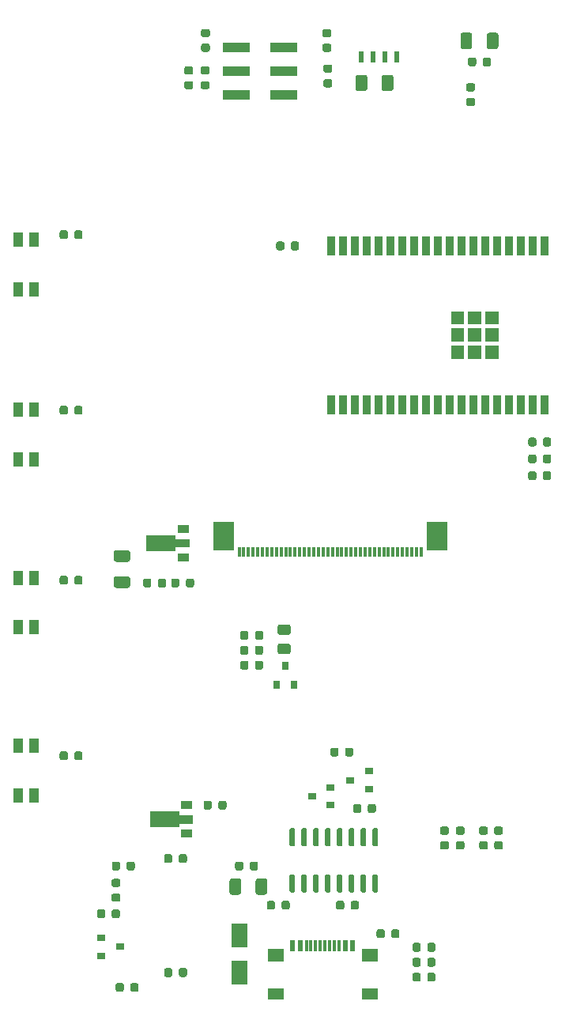
<source format=gbr>
%TF.GenerationSoftware,KiCad,Pcbnew,(5.1.6-0-10_14)*%
%TF.CreationDate,2021-01-05T22:04:13+01:00*%
%TF.ProjectId,ecsc21-badge,65637363-3231-42d6-9261-6467652e6b69,rev?*%
%TF.SameCoordinates,PX5c07920PY8b3c880*%
%TF.FileFunction,Paste,Bot*%
%TF.FilePolarity,Positive*%
%FSLAX46Y46*%
G04 Gerber Fmt 4.6, Leading zero omitted, Abs format (unit mm)*
G04 Created by KiCad (PCBNEW (5.1.6-0-10_14)) date 2021-01-05 22:04:13*
%MOMM*%
%LPD*%
G01*
G04 APERTURE LIST*
%ADD10C,0.010000*%
%ADD11R,0.500000X1.270000*%
%ADD12R,2.300000X3.100000*%
%ADD13R,0.300000X1.100000*%
%ADD14R,0.900000X2.000000*%
%ADD15R,0.900000X0.800000*%
%ADD16R,1.000000X1.550000*%
%ADD17C,0.100000*%
%ADD18R,1.300000X0.900000*%
%ADD19R,1.800000X1.450000*%
%ADD20R,1.800000X1.200000*%
%ADD21R,0.300000X1.160000*%
%ADD22R,0.600000X1.160000*%
%ADD23R,0.800000X0.900000*%
%ADD24R,3.000000X1.000000*%
%ADD25R,1.800000X2.500000*%
G04 APERTURE END LIST*
D10*
%TO.C,U2*%
G36*
X72540000Y67270000D02*
G01*
X72540000Y68600000D01*
X71210000Y68600000D01*
X71210000Y67270000D01*
X72540000Y67270000D01*
G37*
X72540000Y67270000D02*
X72540000Y68600000D01*
X71210000Y68600000D01*
X71210000Y67270000D01*
X72540000Y67270000D01*
G36*
X72540000Y65435000D02*
G01*
X72540000Y66765000D01*
X71210000Y66765000D01*
X71210000Y65435000D01*
X72540000Y65435000D01*
G37*
X72540000Y65435000D02*
X72540000Y66765000D01*
X71210000Y66765000D01*
X71210000Y65435000D01*
X72540000Y65435000D01*
G36*
X72540000Y63600000D02*
G01*
X72540000Y64930000D01*
X71210000Y64930000D01*
X71210000Y63600000D01*
X72540000Y63600000D01*
G37*
X72540000Y63600000D02*
X72540000Y64930000D01*
X71210000Y64930000D01*
X71210000Y63600000D01*
X72540000Y63600000D01*
G36*
X76210000Y63600000D02*
G01*
X76210000Y64930000D01*
X74880000Y64930000D01*
X74880000Y63600000D01*
X76210000Y63600000D01*
G37*
X76210000Y63600000D02*
X76210000Y64930000D01*
X74880000Y64930000D01*
X74880000Y63600000D01*
X76210000Y63600000D01*
G36*
X76210000Y65435000D02*
G01*
X76210000Y66765000D01*
X74880000Y66765000D01*
X74880000Y65435000D01*
X76210000Y65435000D01*
G37*
X76210000Y65435000D02*
X76210000Y66765000D01*
X74880000Y66765000D01*
X74880000Y65435000D01*
X76210000Y65435000D01*
G36*
X76210000Y67270000D02*
G01*
X76210000Y68600000D01*
X74880000Y68600000D01*
X74880000Y67270000D01*
X76210000Y67270000D01*
G37*
X76210000Y67270000D02*
X76210000Y68600000D01*
X74880000Y68600000D01*
X74880000Y67270000D01*
X76210000Y67270000D01*
G36*
X74375000Y67270000D02*
G01*
X74375000Y68600000D01*
X73045000Y68600000D01*
X73045000Y67270000D01*
X74375000Y67270000D01*
G37*
X74375000Y67270000D02*
X74375000Y68600000D01*
X73045000Y68600000D01*
X73045000Y67270000D01*
X74375000Y67270000D01*
G36*
X74375000Y63600000D02*
G01*
X74375000Y64930000D01*
X73045000Y64930000D01*
X73045000Y63600000D01*
X74375000Y63600000D01*
G37*
X74375000Y63600000D02*
X74375000Y64930000D01*
X73045000Y64930000D01*
X73045000Y63600000D01*
X74375000Y63600000D01*
G36*
X74375000Y65435000D02*
G01*
X74375000Y66765000D01*
X73045000Y66765000D01*
X73045000Y65435000D01*
X74375000Y65435000D01*
G37*
X74375000Y65435000D02*
X74375000Y66765000D01*
X73045000Y66765000D01*
X73045000Y65435000D01*
X74375000Y65435000D01*
%TD*%
%TO.C,D6*%
G36*
G01*
X41350000Y-1943750D02*
X41350000Y-2456250D01*
G75*
G02*
X41131250Y-2675000I-218750J0D01*
G01*
X40693750Y-2675000D01*
G75*
G02*
X40475000Y-2456250I0J218750D01*
G01*
X40475000Y-1943750D01*
G75*
G02*
X40693750Y-1725000I218750J0D01*
G01*
X41131250Y-1725000D01*
G75*
G02*
X41350000Y-1943750I0J-218750D01*
G01*
G37*
G36*
G01*
X42925000Y-1943750D02*
X42925000Y-2456250D01*
G75*
G02*
X42706250Y-2675000I-218750J0D01*
G01*
X42268750Y-2675000D01*
G75*
G02*
X42050000Y-2456250I0J218750D01*
G01*
X42050000Y-1943750D01*
G75*
G02*
X42268750Y-1725000I218750J0D01*
G01*
X42706250Y-1725000D01*
G75*
G02*
X42925000Y-1943750I0J-218750D01*
G01*
G37*
%TD*%
%TO.C,D5*%
G36*
G01*
X42037500Y9743750D02*
X42037500Y10256250D01*
G75*
G02*
X42256250Y10475000I218750J0D01*
G01*
X42693750Y10475000D01*
G75*
G02*
X42912500Y10256250I0J-218750D01*
G01*
X42912500Y9743750D01*
G75*
G02*
X42693750Y9525000I-218750J0D01*
G01*
X42256250Y9525000D01*
G75*
G02*
X42037500Y9743750I0J218750D01*
G01*
G37*
G36*
G01*
X40462500Y9743750D02*
X40462500Y10256250D01*
G75*
G02*
X40681250Y10475000I218750J0D01*
G01*
X41118750Y10475000D01*
G75*
G02*
X41337500Y10256250I0J-218750D01*
G01*
X41337500Y9743750D01*
G75*
G02*
X41118750Y9525000I-218750J0D01*
G01*
X40681250Y9525000D01*
G75*
G02*
X40462500Y9743750I0J218750D01*
G01*
G37*
%TD*%
D11*
%TO.C,J5*%
X65405000Y95800000D03*
X64135000Y95800000D03*
X62865000Y95800000D03*
X61595000Y95800000D03*
%TD*%
D12*
%TO.C,J4*%
X69670000Y44550000D03*
X46830000Y44550000D03*
D13*
X68000000Y42850000D03*
X67500000Y42850000D03*
X67000000Y42850000D03*
X66500000Y42850000D03*
X66000000Y42850000D03*
X65500000Y42850000D03*
X65000000Y42850000D03*
X64500000Y42850000D03*
X64000000Y42850000D03*
X63500000Y42850000D03*
X63000000Y42850000D03*
X62500000Y42850000D03*
X62000000Y42850000D03*
X61500000Y42850000D03*
X61000000Y42850000D03*
X60500000Y42850000D03*
X60000000Y42850000D03*
X59500000Y42850000D03*
X59000000Y42850000D03*
X58500000Y42850000D03*
X58000000Y42850000D03*
X57500000Y42850000D03*
X57000000Y42850000D03*
X56500000Y42850000D03*
X56000000Y42850000D03*
X55500000Y42850000D03*
X55000000Y42850000D03*
X54500000Y42850000D03*
X54000000Y42850000D03*
X53500000Y42850000D03*
X53000000Y42850000D03*
X52500000Y42850000D03*
X52000000Y42850000D03*
X51500000Y42850000D03*
X51000000Y42850000D03*
X50500000Y42850000D03*
X50000000Y42850000D03*
X49500000Y42850000D03*
X49000000Y42850000D03*
X48500000Y42850000D03*
%TD*%
%TO.C,R29*%
G36*
G01*
X73043750Y93025000D02*
X73556250Y93025000D01*
G75*
G02*
X73775000Y92806250I0J-218750D01*
G01*
X73775000Y92368750D01*
G75*
G02*
X73556250Y92150000I-218750J0D01*
G01*
X73043750Y92150000D01*
G75*
G02*
X72825000Y92368750I0J218750D01*
G01*
X72825000Y92806250D01*
G75*
G02*
X73043750Y93025000I218750J0D01*
G01*
G37*
G36*
G01*
X73043750Y91450000D02*
X73556250Y91450000D01*
G75*
G02*
X73775000Y91231250I0J-218750D01*
G01*
X73775000Y90793750D01*
G75*
G02*
X73556250Y90575000I-218750J0D01*
G01*
X73043750Y90575000D01*
G75*
G02*
X72825000Y90793750I0J218750D01*
G01*
X72825000Y91231250D01*
G75*
G02*
X73043750Y91450000I218750J0D01*
G01*
G37*
%TD*%
%TO.C,R28*%
G36*
G01*
X58156250Y96375000D02*
X57643750Y96375000D01*
G75*
G02*
X57425000Y96593750I0J218750D01*
G01*
X57425000Y97031250D01*
G75*
G02*
X57643750Y97250000I218750J0D01*
G01*
X58156250Y97250000D01*
G75*
G02*
X58375000Y97031250I0J-218750D01*
G01*
X58375000Y96593750D01*
G75*
G02*
X58156250Y96375000I-218750J0D01*
G01*
G37*
G36*
G01*
X58156250Y97950000D02*
X57643750Y97950000D01*
G75*
G02*
X57425000Y98168750I0J218750D01*
G01*
X57425000Y98606250D01*
G75*
G02*
X57643750Y98825000I218750J0D01*
G01*
X58156250Y98825000D01*
G75*
G02*
X58375000Y98606250I0J-218750D01*
G01*
X58375000Y98168750D01*
G75*
G02*
X58156250Y97950000I-218750J0D01*
G01*
G37*
%TD*%
%TO.C,R27*%
G36*
G01*
X36150000Y-3543750D02*
X36150000Y-4056250D01*
G75*
G02*
X35931250Y-4275000I-218750J0D01*
G01*
X35493750Y-4275000D01*
G75*
G02*
X35275000Y-4056250I0J218750D01*
G01*
X35275000Y-3543750D01*
G75*
G02*
X35493750Y-3325000I218750J0D01*
G01*
X35931250Y-3325000D01*
G75*
G02*
X36150000Y-3543750I0J-218750D01*
G01*
G37*
G36*
G01*
X37725000Y-3543750D02*
X37725000Y-4056250D01*
G75*
G02*
X37506250Y-4275000I-218750J0D01*
G01*
X37068750Y-4275000D01*
G75*
G02*
X36850000Y-4056250I0J218750D01*
G01*
X36850000Y-3543750D01*
G75*
G02*
X37068750Y-3325000I218750J0D01*
G01*
X37506250Y-3325000D01*
G75*
G02*
X37725000Y-3543750I0J-218750D01*
G01*
G37*
%TD*%
%TO.C,R12*%
G36*
G01*
X35043750Y6250000D02*
X35556250Y6250000D01*
G75*
G02*
X35775000Y6031250I0J-218750D01*
G01*
X35775000Y5593750D01*
G75*
G02*
X35556250Y5375000I-218750J0D01*
G01*
X35043750Y5375000D01*
G75*
G02*
X34825000Y5593750I0J218750D01*
G01*
X34825000Y6031250D01*
G75*
G02*
X35043750Y6250000I218750J0D01*
G01*
G37*
G36*
G01*
X35043750Y7825000D02*
X35556250Y7825000D01*
G75*
G02*
X35775000Y7606250I0J-218750D01*
G01*
X35775000Y7168750D01*
G75*
G02*
X35556250Y6950000I-218750J0D01*
G01*
X35043750Y6950000D01*
G75*
G02*
X34825000Y7168750I0J218750D01*
G01*
X34825000Y7606250D01*
G75*
G02*
X35043750Y7825000I218750J0D01*
G01*
G37*
%TD*%
%TO.C,R21*%
G36*
G01*
X57743750Y95025000D02*
X58256250Y95025000D01*
G75*
G02*
X58475000Y94806250I0J-218750D01*
G01*
X58475000Y94368750D01*
G75*
G02*
X58256250Y94150000I-218750J0D01*
G01*
X57743750Y94150000D01*
G75*
G02*
X57525000Y94368750I0J218750D01*
G01*
X57525000Y94806250D01*
G75*
G02*
X57743750Y95025000I218750J0D01*
G01*
G37*
G36*
G01*
X57743750Y93450000D02*
X58256250Y93450000D01*
G75*
G02*
X58475000Y93231250I0J-218750D01*
G01*
X58475000Y92793750D01*
G75*
G02*
X58256250Y92575000I-218750J0D01*
G01*
X57743750Y92575000D01*
G75*
G02*
X57525000Y92793750I0J218750D01*
G01*
X57525000Y93231250D01*
G75*
G02*
X57743750Y93450000I218750J0D01*
G01*
G37*
%TD*%
D14*
%TO.C,U2*%
X81210000Y75600000D03*
X79940000Y75600000D03*
X78670000Y75600000D03*
X77400000Y75600000D03*
X76130000Y75600000D03*
X74860000Y75600000D03*
X73590000Y75600000D03*
X72320000Y75600000D03*
X71050000Y75600000D03*
X69780000Y75600000D03*
X68510000Y75600000D03*
X67240000Y75600000D03*
X65970000Y75600000D03*
X64700000Y75600000D03*
X63430000Y75600000D03*
X62160000Y75600000D03*
X60890000Y75600000D03*
X59620000Y75600000D03*
X58350000Y75600000D03*
X58350000Y58600000D03*
X59620000Y58600000D03*
X60890000Y58600000D03*
X62160000Y58600000D03*
X63430000Y58600000D03*
X64700000Y58600000D03*
X65970000Y58600000D03*
X67240000Y58600000D03*
X68510000Y58600000D03*
X69780000Y58600000D03*
X71050000Y58600000D03*
X72320000Y58600000D03*
X73590000Y58600000D03*
X74860000Y58600000D03*
X76130000Y58600000D03*
X77400000Y58600000D03*
X78670000Y58600000D03*
X79940000Y58600000D03*
X81210000Y58600000D03*
%TD*%
%TO.C,R26*%
G36*
G01*
X34860000Y3828750D02*
X34860000Y4341250D01*
G75*
G02*
X35078750Y4560000I218750J0D01*
G01*
X35516250Y4560000D01*
G75*
G02*
X35735000Y4341250I0J-218750D01*
G01*
X35735000Y3828750D01*
G75*
G02*
X35516250Y3610000I-218750J0D01*
G01*
X35078750Y3610000D01*
G75*
G02*
X34860000Y3828750I0J218750D01*
G01*
G37*
G36*
G01*
X33285000Y3828750D02*
X33285000Y4341250D01*
G75*
G02*
X33503750Y4560000I218750J0D01*
G01*
X33941250Y4560000D01*
G75*
G02*
X34160000Y4341250I0J-218750D01*
G01*
X34160000Y3828750D01*
G75*
G02*
X33941250Y3610000I-218750J0D01*
G01*
X33503750Y3610000D01*
G75*
G02*
X33285000Y3828750I0J218750D01*
G01*
G37*
%TD*%
D15*
%TO.C,Q1*%
X35730000Y555000D03*
X33730000Y1505000D03*
X33730000Y-395000D03*
%TD*%
%TO.C,D4*%
G36*
G01*
X76275000Y98175000D02*
X76275000Y96925000D01*
G75*
G02*
X76025000Y96675000I-250000J0D01*
G01*
X75275000Y96675000D01*
G75*
G02*
X75025000Y96925000I0J250000D01*
G01*
X75025000Y98175000D01*
G75*
G02*
X75275000Y98425000I250000J0D01*
G01*
X76025000Y98425000D01*
G75*
G02*
X76275000Y98175000I0J-250000D01*
G01*
G37*
G36*
G01*
X73475000Y98175000D02*
X73475000Y96925000D01*
G75*
G02*
X73225000Y96675000I-250000J0D01*
G01*
X72475000Y96675000D01*
G75*
G02*
X72225000Y96925000I0J250000D01*
G01*
X72225000Y98175000D01*
G75*
G02*
X72475000Y98425000I250000J0D01*
G01*
X73225000Y98425000D01*
G75*
G02*
X73475000Y98175000I0J-250000D01*
G01*
G37*
%TD*%
%TO.C,R25*%
G36*
G01*
X75475000Y95556250D02*
X75475000Y95043750D01*
G75*
G02*
X75256250Y94825000I-218750J0D01*
G01*
X74818750Y94825000D01*
G75*
G02*
X74600000Y95043750I0J218750D01*
G01*
X74600000Y95556250D01*
G75*
G02*
X74818750Y95775000I218750J0D01*
G01*
X75256250Y95775000D01*
G75*
G02*
X75475000Y95556250I0J-218750D01*
G01*
G37*
G36*
G01*
X73900000Y95556250D02*
X73900000Y95043750D01*
G75*
G02*
X73681250Y94825000I-218750J0D01*
G01*
X73243750Y94825000D01*
G75*
G02*
X73025000Y95043750I0J218750D01*
G01*
X73025000Y95556250D01*
G75*
G02*
X73243750Y95775000I218750J0D01*
G01*
X73681250Y95775000D01*
G75*
G02*
X73900000Y95556250I0J-218750D01*
G01*
G37*
%TD*%
%TO.C,R24*%
G36*
G01*
X44643750Y98825000D02*
X45156250Y98825000D01*
G75*
G02*
X45375000Y98606250I0J-218750D01*
G01*
X45375000Y98168750D01*
G75*
G02*
X45156250Y97950000I-218750J0D01*
G01*
X44643750Y97950000D01*
G75*
G02*
X44425000Y98168750I0J218750D01*
G01*
X44425000Y98606250D01*
G75*
G02*
X44643750Y98825000I218750J0D01*
G01*
G37*
G36*
G01*
X44643750Y97250000D02*
X45156250Y97250000D01*
G75*
G02*
X45375000Y97031250I0J-218750D01*
G01*
X45375000Y96593750D01*
G75*
G02*
X45156250Y96375000I-218750J0D01*
G01*
X44643750Y96375000D01*
G75*
G02*
X44425000Y96593750I0J218750D01*
G01*
X44425000Y97031250D01*
G75*
G02*
X44643750Y97250000I218750J0D01*
G01*
G37*
%TD*%
%TO.C,C11*%
G36*
G01*
X60975000Y92425000D02*
X60975000Y93675000D01*
G75*
G02*
X61225000Y93925000I250000J0D01*
G01*
X61975000Y93925000D01*
G75*
G02*
X62225000Y93675000I0J-250000D01*
G01*
X62225000Y92425000D01*
G75*
G02*
X61975000Y92175000I-250000J0D01*
G01*
X61225000Y92175000D01*
G75*
G02*
X60975000Y92425000I0J250000D01*
G01*
G37*
G36*
G01*
X63775000Y92425000D02*
X63775000Y93675000D01*
G75*
G02*
X64025000Y93925000I250000J0D01*
G01*
X64775000Y93925000D01*
G75*
G02*
X65025000Y93675000I0J-250000D01*
G01*
X65025000Y92425000D01*
G75*
G02*
X64775000Y92175000I-250000J0D01*
G01*
X64025000Y92175000D01*
G75*
G02*
X63775000Y92425000I0J250000D01*
G01*
G37*
%TD*%
D16*
%TO.C,SW4*%
X26550000Y16750000D03*
X26550000Y22050000D03*
X24850000Y16750000D03*
X24850000Y22050000D03*
%TD*%
%TO.C,SW3*%
X26550000Y34750000D03*
X26550000Y40050000D03*
X24850000Y34750000D03*
X24850000Y40050000D03*
%TD*%
%TO.C,SW2*%
X26550000Y52750000D03*
X26550000Y58050000D03*
X24850000Y52750000D03*
X24850000Y58050000D03*
%TD*%
%TO.C,SW1*%
X26550000Y70950000D03*
X26550000Y76250000D03*
X24850000Y70950000D03*
X24850000Y76250000D03*
%TD*%
%TO.C,C6*%
G36*
G01*
X35325000Y40225000D02*
X36575000Y40225000D01*
G75*
G02*
X36825000Y39975000I0J-250000D01*
G01*
X36825000Y39225000D01*
G75*
G02*
X36575000Y38975000I-250000J0D01*
G01*
X35325000Y38975000D01*
G75*
G02*
X35075000Y39225000I0J250000D01*
G01*
X35075000Y39975000D01*
G75*
G02*
X35325000Y40225000I250000J0D01*
G01*
G37*
G36*
G01*
X35325000Y43025000D02*
X36575000Y43025000D01*
G75*
G02*
X36825000Y42775000I0J-250000D01*
G01*
X36825000Y42025000D01*
G75*
G02*
X36575000Y41775000I-250000J0D01*
G01*
X35325000Y41775000D01*
G75*
G02*
X35075000Y42025000I0J250000D01*
G01*
X35075000Y42775000D01*
G75*
G02*
X35325000Y43025000I250000J0D01*
G01*
G37*
%TD*%
%TO.C,R9*%
G36*
G01*
X49500000Y32556250D02*
X49500000Y32043750D01*
G75*
G02*
X49281250Y31825000I-218750J0D01*
G01*
X48843750Y31825000D01*
G75*
G02*
X48625000Y32043750I0J218750D01*
G01*
X48625000Y32556250D01*
G75*
G02*
X48843750Y32775000I218750J0D01*
G01*
X49281250Y32775000D01*
G75*
G02*
X49500000Y32556250I0J-218750D01*
G01*
G37*
G36*
G01*
X51075000Y32556250D02*
X51075000Y32043750D01*
G75*
G02*
X50856250Y31825000I-218750J0D01*
G01*
X50418750Y31825000D01*
G75*
G02*
X50200000Y32043750I0J218750D01*
G01*
X50200000Y32556250D01*
G75*
G02*
X50418750Y32775000I218750J0D01*
G01*
X50856250Y32775000D01*
G75*
G02*
X51075000Y32556250I0J-218750D01*
G01*
G37*
%TD*%
%TO.C,R6*%
G36*
G01*
X49500000Y34156250D02*
X49500000Y33643750D01*
G75*
G02*
X49281250Y33425000I-218750J0D01*
G01*
X48843750Y33425000D01*
G75*
G02*
X48625000Y33643750I0J218750D01*
G01*
X48625000Y34156250D01*
G75*
G02*
X48843750Y34375000I218750J0D01*
G01*
X49281250Y34375000D01*
G75*
G02*
X49500000Y34156250I0J-218750D01*
G01*
G37*
G36*
G01*
X51075000Y34156250D02*
X51075000Y33643750D01*
G75*
G02*
X50856250Y33425000I-218750J0D01*
G01*
X50418750Y33425000D01*
G75*
G02*
X50200000Y33643750I0J218750D01*
G01*
X50200000Y34156250D01*
G75*
G02*
X50418750Y34375000I218750J0D01*
G01*
X50856250Y34375000D01*
G75*
G02*
X51075000Y34156250I0J-218750D01*
G01*
G37*
%TD*%
%TO.C,R4*%
G36*
G01*
X49500000Y30956250D02*
X49500000Y30443750D01*
G75*
G02*
X49281250Y30225000I-218750J0D01*
G01*
X48843750Y30225000D01*
G75*
G02*
X48625000Y30443750I0J218750D01*
G01*
X48625000Y30956250D01*
G75*
G02*
X48843750Y31175000I218750J0D01*
G01*
X49281250Y31175000D01*
G75*
G02*
X49500000Y30956250I0J-218750D01*
G01*
G37*
G36*
G01*
X51075000Y30956250D02*
X51075000Y30443750D01*
G75*
G02*
X50856250Y30225000I-218750J0D01*
G01*
X50418750Y30225000D01*
G75*
G02*
X50200000Y30443750I0J218750D01*
G01*
X50200000Y30956250D01*
G75*
G02*
X50418750Y31175000I218750J0D01*
G01*
X50856250Y31175000D01*
G75*
G02*
X51075000Y30956250I0J-218750D01*
G01*
G37*
%TD*%
D17*
%TO.C,U4*%
G36*
X38570000Y44636500D02*
G01*
X41695000Y44636500D01*
X41695000Y44220000D01*
X43170000Y44220000D01*
X43170000Y43320000D01*
X41695000Y43320000D01*
X41695000Y42903500D01*
X38570000Y42903500D01*
X38570000Y44636500D01*
G37*
D18*
X42520000Y42270000D03*
X42520000Y45270000D03*
%TD*%
%TO.C,R1*%
G36*
G01*
X52869999Y33030000D02*
X53770001Y33030000D01*
G75*
G02*
X54020000Y32780001I0J-249999D01*
G01*
X54020000Y32129999D01*
G75*
G02*
X53770001Y31880000I-249999J0D01*
G01*
X52869999Y31880000D01*
G75*
G02*
X52620000Y32129999I0J249999D01*
G01*
X52620000Y32780001D01*
G75*
G02*
X52869999Y33030000I249999J0D01*
G01*
G37*
G36*
G01*
X52869999Y35080000D02*
X53770001Y35080000D01*
G75*
G02*
X54020000Y34830001I0J-249999D01*
G01*
X54020000Y34179999D01*
G75*
G02*
X53770001Y33930000I-249999J0D01*
G01*
X52869999Y33930000D01*
G75*
G02*
X52620000Y34179999I0J249999D01*
G01*
X52620000Y34830001D01*
G75*
G02*
X52869999Y35080000I249999J0D01*
G01*
G37*
%TD*%
%TO.C,C10*%
G36*
G01*
X39800000Y39243750D02*
X39800000Y39756250D01*
G75*
G02*
X40018750Y39975000I218750J0D01*
G01*
X40456250Y39975000D01*
G75*
G02*
X40675000Y39756250I0J-218750D01*
G01*
X40675000Y39243750D01*
G75*
G02*
X40456250Y39025000I-218750J0D01*
G01*
X40018750Y39025000D01*
G75*
G02*
X39800000Y39243750I0J218750D01*
G01*
G37*
G36*
G01*
X38225000Y39243750D02*
X38225000Y39756250D01*
G75*
G02*
X38443750Y39975000I218750J0D01*
G01*
X38881250Y39975000D01*
G75*
G02*
X39100000Y39756250I0J-218750D01*
G01*
X39100000Y39243750D01*
G75*
G02*
X38881250Y39025000I-218750J0D01*
G01*
X38443750Y39025000D01*
G75*
G02*
X38225000Y39243750I0J218750D01*
G01*
G37*
%TD*%
%TO.C,C9*%
G36*
G01*
X42800000Y39243750D02*
X42800000Y39756250D01*
G75*
G02*
X43018750Y39975000I218750J0D01*
G01*
X43456250Y39975000D01*
G75*
G02*
X43675000Y39756250I0J-218750D01*
G01*
X43675000Y39243750D01*
G75*
G02*
X43456250Y39025000I-218750J0D01*
G01*
X43018750Y39025000D01*
G75*
G02*
X42800000Y39243750I0J218750D01*
G01*
G37*
G36*
G01*
X41225000Y39243750D02*
X41225000Y39756250D01*
G75*
G02*
X41443750Y39975000I218750J0D01*
G01*
X41881250Y39975000D01*
G75*
G02*
X42100000Y39756250I0J-218750D01*
G01*
X42100000Y39243750D01*
G75*
G02*
X41881250Y39025000I-218750J0D01*
G01*
X41443750Y39025000D01*
G75*
G02*
X41225000Y39243750I0J218750D01*
G01*
G37*
%TD*%
D19*
%TO.C,J3*%
X62500000Y-320000D03*
X52400000Y-320000D03*
D20*
X62500000Y-4500000D03*
X52400000Y-4500000D03*
D21*
X58200000Y710000D03*
X57700000Y710000D03*
X57200000Y710000D03*
X59200000Y710000D03*
X58700000Y710000D03*
X56200000Y710000D03*
X56700000Y710000D03*
X55700000Y710000D03*
D22*
X59850000Y710000D03*
X59850000Y710000D03*
X60650000Y710000D03*
X60650000Y710000D03*
X55050000Y710000D03*
X54250000Y710000D03*
X55050000Y710000D03*
X54250000Y710000D03*
%TD*%
%TO.C,U3*%
G36*
G01*
X63245000Y11300000D02*
X62945000Y11300000D01*
G75*
G02*
X62795000Y11450000I0J150000D01*
G01*
X62795000Y13100000D01*
G75*
G02*
X62945000Y13250000I150000J0D01*
G01*
X63245000Y13250000D01*
G75*
G02*
X63395000Y13100000I0J-150000D01*
G01*
X63395000Y11450000D01*
G75*
G02*
X63245000Y11300000I-150000J0D01*
G01*
G37*
G36*
G01*
X61975000Y11300000D02*
X61675000Y11300000D01*
G75*
G02*
X61525000Y11450000I0J150000D01*
G01*
X61525000Y13100000D01*
G75*
G02*
X61675000Y13250000I150000J0D01*
G01*
X61975000Y13250000D01*
G75*
G02*
X62125000Y13100000I0J-150000D01*
G01*
X62125000Y11450000D01*
G75*
G02*
X61975000Y11300000I-150000J0D01*
G01*
G37*
G36*
G01*
X60705000Y11300000D02*
X60405000Y11300000D01*
G75*
G02*
X60255000Y11450000I0J150000D01*
G01*
X60255000Y13100000D01*
G75*
G02*
X60405000Y13250000I150000J0D01*
G01*
X60705000Y13250000D01*
G75*
G02*
X60855000Y13100000I0J-150000D01*
G01*
X60855000Y11450000D01*
G75*
G02*
X60705000Y11300000I-150000J0D01*
G01*
G37*
G36*
G01*
X59435000Y11300000D02*
X59135000Y11300000D01*
G75*
G02*
X58985000Y11450000I0J150000D01*
G01*
X58985000Y13100000D01*
G75*
G02*
X59135000Y13250000I150000J0D01*
G01*
X59435000Y13250000D01*
G75*
G02*
X59585000Y13100000I0J-150000D01*
G01*
X59585000Y11450000D01*
G75*
G02*
X59435000Y11300000I-150000J0D01*
G01*
G37*
G36*
G01*
X58165000Y11300000D02*
X57865000Y11300000D01*
G75*
G02*
X57715000Y11450000I0J150000D01*
G01*
X57715000Y13100000D01*
G75*
G02*
X57865000Y13250000I150000J0D01*
G01*
X58165000Y13250000D01*
G75*
G02*
X58315000Y13100000I0J-150000D01*
G01*
X58315000Y11450000D01*
G75*
G02*
X58165000Y11300000I-150000J0D01*
G01*
G37*
G36*
G01*
X56895000Y11300000D02*
X56595000Y11300000D01*
G75*
G02*
X56445000Y11450000I0J150000D01*
G01*
X56445000Y13100000D01*
G75*
G02*
X56595000Y13250000I150000J0D01*
G01*
X56895000Y13250000D01*
G75*
G02*
X57045000Y13100000I0J-150000D01*
G01*
X57045000Y11450000D01*
G75*
G02*
X56895000Y11300000I-150000J0D01*
G01*
G37*
G36*
G01*
X55625000Y11300000D02*
X55325000Y11300000D01*
G75*
G02*
X55175000Y11450000I0J150000D01*
G01*
X55175000Y13100000D01*
G75*
G02*
X55325000Y13250000I150000J0D01*
G01*
X55625000Y13250000D01*
G75*
G02*
X55775000Y13100000I0J-150000D01*
G01*
X55775000Y11450000D01*
G75*
G02*
X55625000Y11300000I-150000J0D01*
G01*
G37*
G36*
G01*
X54355000Y11300000D02*
X54055000Y11300000D01*
G75*
G02*
X53905000Y11450000I0J150000D01*
G01*
X53905000Y13100000D01*
G75*
G02*
X54055000Y13250000I150000J0D01*
G01*
X54355000Y13250000D01*
G75*
G02*
X54505000Y13100000I0J-150000D01*
G01*
X54505000Y11450000D01*
G75*
G02*
X54355000Y11300000I-150000J0D01*
G01*
G37*
G36*
G01*
X54355000Y6350000D02*
X54055000Y6350000D01*
G75*
G02*
X53905000Y6500000I0J150000D01*
G01*
X53905000Y8150000D01*
G75*
G02*
X54055000Y8300000I150000J0D01*
G01*
X54355000Y8300000D01*
G75*
G02*
X54505000Y8150000I0J-150000D01*
G01*
X54505000Y6500000D01*
G75*
G02*
X54355000Y6350000I-150000J0D01*
G01*
G37*
G36*
G01*
X55625000Y6350000D02*
X55325000Y6350000D01*
G75*
G02*
X55175000Y6500000I0J150000D01*
G01*
X55175000Y8150000D01*
G75*
G02*
X55325000Y8300000I150000J0D01*
G01*
X55625000Y8300000D01*
G75*
G02*
X55775000Y8150000I0J-150000D01*
G01*
X55775000Y6500000D01*
G75*
G02*
X55625000Y6350000I-150000J0D01*
G01*
G37*
G36*
G01*
X56895000Y6350000D02*
X56595000Y6350000D01*
G75*
G02*
X56445000Y6500000I0J150000D01*
G01*
X56445000Y8150000D01*
G75*
G02*
X56595000Y8300000I150000J0D01*
G01*
X56895000Y8300000D01*
G75*
G02*
X57045000Y8150000I0J-150000D01*
G01*
X57045000Y6500000D01*
G75*
G02*
X56895000Y6350000I-150000J0D01*
G01*
G37*
G36*
G01*
X58165000Y6350000D02*
X57865000Y6350000D01*
G75*
G02*
X57715000Y6500000I0J150000D01*
G01*
X57715000Y8150000D01*
G75*
G02*
X57865000Y8300000I150000J0D01*
G01*
X58165000Y8300000D01*
G75*
G02*
X58315000Y8150000I0J-150000D01*
G01*
X58315000Y6500000D01*
G75*
G02*
X58165000Y6350000I-150000J0D01*
G01*
G37*
G36*
G01*
X59435000Y6350000D02*
X59135000Y6350000D01*
G75*
G02*
X58985000Y6500000I0J150000D01*
G01*
X58985000Y8150000D01*
G75*
G02*
X59135000Y8300000I150000J0D01*
G01*
X59435000Y8300000D01*
G75*
G02*
X59585000Y8150000I0J-150000D01*
G01*
X59585000Y6500000D01*
G75*
G02*
X59435000Y6350000I-150000J0D01*
G01*
G37*
G36*
G01*
X60705000Y6350000D02*
X60405000Y6350000D01*
G75*
G02*
X60255000Y6500000I0J150000D01*
G01*
X60255000Y8150000D01*
G75*
G02*
X60405000Y8300000I150000J0D01*
G01*
X60705000Y8300000D01*
G75*
G02*
X60855000Y8150000I0J-150000D01*
G01*
X60855000Y6500000D01*
G75*
G02*
X60705000Y6350000I-150000J0D01*
G01*
G37*
G36*
G01*
X61975000Y6350000D02*
X61675000Y6350000D01*
G75*
G02*
X61525000Y6500000I0J150000D01*
G01*
X61525000Y8150000D01*
G75*
G02*
X61675000Y8300000I150000J0D01*
G01*
X61975000Y8300000D01*
G75*
G02*
X62125000Y8150000I0J-150000D01*
G01*
X62125000Y6500000D01*
G75*
G02*
X61975000Y6350000I-150000J0D01*
G01*
G37*
G36*
G01*
X63245000Y6350000D02*
X62945000Y6350000D01*
G75*
G02*
X62795000Y6500000I0J150000D01*
G01*
X62795000Y8150000D01*
G75*
G02*
X62945000Y8300000I150000J0D01*
G01*
X63245000Y8300000D01*
G75*
G02*
X63395000Y8150000I0J-150000D01*
G01*
X63395000Y6500000D01*
G75*
G02*
X63245000Y6350000I-150000J0D01*
G01*
G37*
%TD*%
D17*
%TO.C,U1*%
G36*
X38950000Y15066500D02*
G01*
X42075000Y15066500D01*
X42075000Y14650000D01*
X43550000Y14650000D01*
X43550000Y13750000D01*
X42075000Y13750000D01*
X42075000Y13333500D01*
X38950000Y13333500D01*
X38950000Y15066500D01*
G37*
D18*
X42900000Y12700000D03*
X42900000Y15700000D03*
%TD*%
%TO.C,R23*%
G36*
G01*
X64100000Y2206250D02*
X64100000Y1693750D01*
G75*
G02*
X63881250Y1475000I-218750J0D01*
G01*
X63443750Y1475000D01*
G75*
G02*
X63225000Y1693750I0J218750D01*
G01*
X63225000Y2206250D01*
G75*
G02*
X63443750Y2425000I218750J0D01*
G01*
X63881250Y2425000D01*
G75*
G02*
X64100000Y2206250I0J-218750D01*
G01*
G37*
G36*
G01*
X65675000Y2206250D02*
X65675000Y1693750D01*
G75*
G02*
X65456250Y1475000I-218750J0D01*
G01*
X65018750Y1475000D01*
G75*
G02*
X64800000Y1693750I0J218750D01*
G01*
X64800000Y2206250D01*
G75*
G02*
X65018750Y2425000I218750J0D01*
G01*
X65456250Y2425000D01*
G75*
G02*
X65675000Y2206250I0J-218750D01*
G01*
G37*
%TD*%
%TO.C,R22*%
G36*
G01*
X53050000Y4743750D02*
X53050000Y5256250D01*
G75*
G02*
X53268750Y5475000I218750J0D01*
G01*
X53706250Y5475000D01*
G75*
G02*
X53925000Y5256250I0J-218750D01*
G01*
X53925000Y4743750D01*
G75*
G02*
X53706250Y4525000I-218750J0D01*
G01*
X53268750Y4525000D01*
G75*
G02*
X53050000Y4743750I0J218750D01*
G01*
G37*
G36*
G01*
X51475000Y4743750D02*
X51475000Y5256250D01*
G75*
G02*
X51693750Y5475000I218750J0D01*
G01*
X52131250Y5475000D01*
G75*
G02*
X52350000Y5256250I0J-218750D01*
G01*
X52350000Y4743750D01*
G75*
G02*
X52131250Y4525000I-218750J0D01*
G01*
X51693750Y4525000D01*
G75*
G02*
X51475000Y4743750I0J218750D01*
G01*
G37*
%TD*%
%TO.C,R20*%
G36*
G01*
X74433750Y11850000D02*
X74946250Y11850000D01*
G75*
G02*
X75165000Y11631250I0J-218750D01*
G01*
X75165000Y11193750D01*
G75*
G02*
X74946250Y10975000I-218750J0D01*
G01*
X74433750Y10975000D01*
G75*
G02*
X74215000Y11193750I0J218750D01*
G01*
X74215000Y11631250D01*
G75*
G02*
X74433750Y11850000I218750J0D01*
G01*
G37*
G36*
G01*
X74433750Y13425000D02*
X74946250Y13425000D01*
G75*
G02*
X75165000Y13206250I0J-218750D01*
G01*
X75165000Y12768750D01*
G75*
G02*
X74946250Y12550000I-218750J0D01*
G01*
X74433750Y12550000D01*
G75*
G02*
X74215000Y12768750I0J218750D01*
G01*
X74215000Y13206250D01*
G75*
G02*
X74433750Y13425000I218750J0D01*
G01*
G37*
%TD*%
%TO.C,R19*%
G36*
G01*
X70756250Y12550000D02*
X70243750Y12550000D01*
G75*
G02*
X70025000Y12768750I0J218750D01*
G01*
X70025000Y13206250D01*
G75*
G02*
X70243750Y13425000I218750J0D01*
G01*
X70756250Y13425000D01*
G75*
G02*
X70975000Y13206250I0J-218750D01*
G01*
X70975000Y12768750D01*
G75*
G02*
X70756250Y12550000I-218750J0D01*
G01*
G37*
G36*
G01*
X70756250Y10975000D02*
X70243750Y10975000D01*
G75*
G02*
X70025000Y11193750I0J218750D01*
G01*
X70025000Y11631250D01*
G75*
G02*
X70243750Y11850000I218750J0D01*
G01*
X70756250Y11850000D01*
G75*
G02*
X70975000Y11631250I0J-218750D01*
G01*
X70975000Y11193750D01*
G75*
G02*
X70756250Y10975000I-218750J0D01*
G01*
G37*
%TD*%
%TO.C,R18*%
G36*
G01*
X61580000Y15616250D02*
X61580000Y15103750D01*
G75*
G02*
X61361250Y14885000I-218750J0D01*
G01*
X60923750Y14885000D01*
G75*
G02*
X60705000Y15103750I0J218750D01*
G01*
X60705000Y15616250D01*
G75*
G02*
X60923750Y15835000I218750J0D01*
G01*
X61361250Y15835000D01*
G75*
G02*
X61580000Y15616250I0J-218750D01*
G01*
G37*
G36*
G01*
X63155000Y15616250D02*
X63155000Y15103750D01*
G75*
G02*
X62936250Y14885000I-218750J0D01*
G01*
X62498750Y14885000D01*
G75*
G02*
X62280000Y15103750I0J218750D01*
G01*
X62280000Y15616250D01*
G75*
G02*
X62498750Y15835000I218750J0D01*
G01*
X62936250Y15835000D01*
G75*
G02*
X63155000Y15616250I0J-218750D01*
G01*
G37*
%TD*%
%TO.C,R17*%
G36*
G01*
X59150000Y21656250D02*
X59150000Y21143750D01*
G75*
G02*
X58931250Y20925000I-218750J0D01*
G01*
X58493750Y20925000D01*
G75*
G02*
X58275000Y21143750I0J218750D01*
G01*
X58275000Y21656250D01*
G75*
G02*
X58493750Y21875000I218750J0D01*
G01*
X58931250Y21875000D01*
G75*
G02*
X59150000Y21656250I0J-218750D01*
G01*
G37*
G36*
G01*
X60725000Y21656250D02*
X60725000Y21143750D01*
G75*
G02*
X60506250Y20925000I-218750J0D01*
G01*
X60068750Y20925000D01*
G75*
G02*
X59850000Y21143750I0J218750D01*
G01*
X59850000Y21656250D01*
G75*
G02*
X60068750Y21875000I218750J0D01*
G01*
X60506250Y21875000D01*
G75*
G02*
X60725000Y21656250I0J-218750D01*
G01*
G37*
%TD*%
%TO.C,R16*%
G36*
G01*
X68650000Y-1356250D02*
X68650000Y-843750D01*
G75*
G02*
X68868750Y-625000I218750J0D01*
G01*
X69306250Y-625000D01*
G75*
G02*
X69525000Y-843750I0J-218750D01*
G01*
X69525000Y-1356250D01*
G75*
G02*
X69306250Y-1575000I-218750J0D01*
G01*
X68868750Y-1575000D01*
G75*
G02*
X68650000Y-1356250I0J218750D01*
G01*
G37*
G36*
G01*
X67075000Y-1356250D02*
X67075000Y-843750D01*
G75*
G02*
X67293750Y-625000I218750J0D01*
G01*
X67731250Y-625000D01*
G75*
G02*
X67950000Y-843750I0J-218750D01*
G01*
X67950000Y-1356250D01*
G75*
G02*
X67731250Y-1575000I-218750J0D01*
G01*
X67293750Y-1575000D01*
G75*
G02*
X67075000Y-1356250I0J218750D01*
G01*
G37*
%TD*%
%TO.C,R15*%
G36*
G01*
X67950000Y-2443750D02*
X67950000Y-2956250D01*
G75*
G02*
X67731250Y-3175000I-218750J0D01*
G01*
X67293750Y-3175000D01*
G75*
G02*
X67075000Y-2956250I0J218750D01*
G01*
X67075000Y-2443750D01*
G75*
G02*
X67293750Y-2225000I218750J0D01*
G01*
X67731250Y-2225000D01*
G75*
G02*
X67950000Y-2443750I0J-218750D01*
G01*
G37*
G36*
G01*
X69525000Y-2443750D02*
X69525000Y-2956250D01*
G75*
G02*
X69306250Y-3175000I-218750J0D01*
G01*
X68868750Y-3175000D01*
G75*
G02*
X68650000Y-2956250I0J218750D01*
G01*
X68650000Y-2443750D01*
G75*
G02*
X68868750Y-2225000I218750J0D01*
G01*
X69306250Y-2225000D01*
G75*
G02*
X69525000Y-2443750I0J-218750D01*
G01*
G37*
%TD*%
%TO.C,R14*%
G36*
G01*
X30150000Y21256250D02*
X30150000Y20743750D01*
G75*
G02*
X29931250Y20525000I-218750J0D01*
G01*
X29493750Y20525000D01*
G75*
G02*
X29275000Y20743750I0J218750D01*
G01*
X29275000Y21256250D01*
G75*
G02*
X29493750Y21475000I218750J0D01*
G01*
X29931250Y21475000D01*
G75*
G02*
X30150000Y21256250I0J-218750D01*
G01*
G37*
G36*
G01*
X31725000Y21256250D02*
X31725000Y20743750D01*
G75*
G02*
X31506250Y20525000I-218750J0D01*
G01*
X31068750Y20525000D01*
G75*
G02*
X30850000Y20743750I0J218750D01*
G01*
X30850000Y21256250D01*
G75*
G02*
X31068750Y21475000I218750J0D01*
G01*
X31506250Y21475000D01*
G75*
G02*
X31725000Y21256250I0J-218750D01*
G01*
G37*
%TD*%
%TO.C,R13*%
G36*
G01*
X30150000Y40056250D02*
X30150000Y39543750D01*
G75*
G02*
X29931250Y39325000I-218750J0D01*
G01*
X29493750Y39325000D01*
G75*
G02*
X29275000Y39543750I0J218750D01*
G01*
X29275000Y40056250D01*
G75*
G02*
X29493750Y40275000I218750J0D01*
G01*
X29931250Y40275000D01*
G75*
G02*
X30150000Y40056250I0J-218750D01*
G01*
G37*
G36*
G01*
X31725000Y40056250D02*
X31725000Y39543750D01*
G75*
G02*
X31506250Y39325000I-218750J0D01*
G01*
X31068750Y39325000D01*
G75*
G02*
X30850000Y39543750I0J218750D01*
G01*
X30850000Y40056250D01*
G75*
G02*
X31068750Y40275000I218750J0D01*
G01*
X31506250Y40275000D01*
G75*
G02*
X31725000Y40056250I0J-218750D01*
G01*
G37*
%TD*%
%TO.C,R11*%
G36*
G01*
X30150000Y77056250D02*
X30150000Y76543750D01*
G75*
G02*
X29931250Y76325000I-218750J0D01*
G01*
X29493750Y76325000D01*
G75*
G02*
X29275000Y76543750I0J218750D01*
G01*
X29275000Y77056250D01*
G75*
G02*
X29493750Y77275000I218750J0D01*
G01*
X29931250Y77275000D01*
G75*
G02*
X30150000Y77056250I0J-218750D01*
G01*
G37*
G36*
G01*
X31725000Y77056250D02*
X31725000Y76543750D01*
G75*
G02*
X31506250Y76325000I-218750J0D01*
G01*
X31068750Y76325000D01*
G75*
G02*
X30850000Y76543750I0J218750D01*
G01*
X30850000Y77056250D01*
G75*
G02*
X31068750Y77275000I218750J0D01*
G01*
X31506250Y77275000D01*
G75*
G02*
X31725000Y77056250I0J-218750D01*
G01*
G37*
%TD*%
%TO.C,R10*%
G36*
G01*
X35750000Y9456250D02*
X35750000Y8943750D01*
G75*
G02*
X35531250Y8725000I-218750J0D01*
G01*
X35093750Y8725000D01*
G75*
G02*
X34875000Y8943750I0J218750D01*
G01*
X34875000Y9456250D01*
G75*
G02*
X35093750Y9675000I218750J0D01*
G01*
X35531250Y9675000D01*
G75*
G02*
X35750000Y9456250I0J-218750D01*
G01*
G37*
G36*
G01*
X37325000Y9456250D02*
X37325000Y8943750D01*
G75*
G02*
X37106250Y8725000I-218750J0D01*
G01*
X36668750Y8725000D01*
G75*
G02*
X36450000Y8943750I0J218750D01*
G01*
X36450000Y9456250D01*
G75*
G02*
X36668750Y9675000I218750J0D01*
G01*
X37106250Y9675000D01*
G75*
G02*
X37325000Y9456250I0J-218750D01*
G01*
G37*
%TD*%
%TO.C,R8*%
G36*
G01*
X42843750Y94825000D02*
X43356250Y94825000D01*
G75*
G02*
X43575000Y94606250I0J-218750D01*
G01*
X43575000Y94168750D01*
G75*
G02*
X43356250Y93950000I-218750J0D01*
G01*
X42843750Y93950000D01*
G75*
G02*
X42625000Y94168750I0J218750D01*
G01*
X42625000Y94606250D01*
G75*
G02*
X42843750Y94825000I218750J0D01*
G01*
G37*
G36*
G01*
X42843750Y93250000D02*
X43356250Y93250000D01*
G75*
G02*
X43575000Y93031250I0J-218750D01*
G01*
X43575000Y92593750D01*
G75*
G02*
X43356250Y92375000I-218750J0D01*
G01*
X42843750Y92375000D01*
G75*
G02*
X42625000Y92593750I0J218750D01*
G01*
X42625000Y93031250D01*
G75*
G02*
X42843750Y93250000I218750J0D01*
G01*
G37*
%TD*%
%TO.C,R7*%
G36*
G01*
X44603750Y94825000D02*
X45116250Y94825000D01*
G75*
G02*
X45335000Y94606250I0J-218750D01*
G01*
X45335000Y94168750D01*
G75*
G02*
X45116250Y93950000I-218750J0D01*
G01*
X44603750Y93950000D01*
G75*
G02*
X44385000Y94168750I0J218750D01*
G01*
X44385000Y94606250D01*
G75*
G02*
X44603750Y94825000I218750J0D01*
G01*
G37*
G36*
G01*
X44603750Y93250000D02*
X45116250Y93250000D01*
G75*
G02*
X45335000Y93031250I0J-218750D01*
G01*
X45335000Y92593750D01*
G75*
G02*
X45116250Y92375000I-218750J0D01*
G01*
X44603750Y92375000D01*
G75*
G02*
X44385000Y92593750I0J218750D01*
G01*
X44385000Y93031250D01*
G75*
G02*
X44603750Y93250000I218750J0D01*
G01*
G37*
%TD*%
%TO.C,R5*%
G36*
G01*
X54050000Y75343750D02*
X54050000Y75856250D01*
G75*
G02*
X54268750Y76075000I218750J0D01*
G01*
X54706250Y76075000D01*
G75*
G02*
X54925000Y75856250I0J-218750D01*
G01*
X54925000Y75343750D01*
G75*
G02*
X54706250Y75125000I-218750J0D01*
G01*
X54268750Y75125000D01*
G75*
G02*
X54050000Y75343750I0J218750D01*
G01*
G37*
G36*
G01*
X52475000Y75343750D02*
X52475000Y75856250D01*
G75*
G02*
X52693750Y76075000I218750J0D01*
G01*
X53131250Y76075000D01*
G75*
G02*
X53350000Y75856250I0J-218750D01*
G01*
X53350000Y75343750D01*
G75*
G02*
X53131250Y75125000I-218750J0D01*
G01*
X52693750Y75125000D01*
G75*
G02*
X52475000Y75343750I0J218750D01*
G01*
G37*
%TD*%
%TO.C,R3*%
G36*
G01*
X30150000Y58256250D02*
X30150000Y57743750D01*
G75*
G02*
X29931250Y57525000I-218750J0D01*
G01*
X29493750Y57525000D01*
G75*
G02*
X29275000Y57743750I0J218750D01*
G01*
X29275000Y58256250D01*
G75*
G02*
X29493750Y58475000I218750J0D01*
G01*
X29931250Y58475000D01*
G75*
G02*
X30150000Y58256250I0J-218750D01*
G01*
G37*
G36*
G01*
X31725000Y58256250D02*
X31725000Y57743750D01*
G75*
G02*
X31506250Y57525000I-218750J0D01*
G01*
X31068750Y57525000D01*
G75*
G02*
X30850000Y57743750I0J218750D01*
G01*
X30850000Y58256250D01*
G75*
G02*
X31068750Y58475000I218750J0D01*
G01*
X31506250Y58475000D01*
G75*
G02*
X31725000Y58256250I0J-218750D01*
G01*
G37*
%TD*%
%TO.C,R2*%
G36*
G01*
X81050000Y50743750D02*
X81050000Y51256250D01*
G75*
G02*
X81268750Y51475000I218750J0D01*
G01*
X81706250Y51475000D01*
G75*
G02*
X81925000Y51256250I0J-218750D01*
G01*
X81925000Y50743750D01*
G75*
G02*
X81706250Y50525000I-218750J0D01*
G01*
X81268750Y50525000D01*
G75*
G02*
X81050000Y50743750I0J218750D01*
G01*
G37*
G36*
G01*
X79475000Y50743750D02*
X79475000Y51256250D01*
G75*
G02*
X79693750Y51475000I218750J0D01*
G01*
X80131250Y51475000D01*
G75*
G02*
X80350000Y51256250I0J-218750D01*
G01*
X80350000Y50743750D01*
G75*
G02*
X80131250Y50525000I-218750J0D01*
G01*
X79693750Y50525000D01*
G75*
G02*
X79475000Y50743750I0J218750D01*
G01*
G37*
%TD*%
D15*
%TO.C,Q5*%
X60400000Y18400000D03*
X62400000Y17450000D03*
X62400000Y19350000D03*
%TD*%
%TO.C,Q4*%
X56310000Y16690000D03*
X58310000Y15740000D03*
X58310000Y17640000D03*
%TD*%
D23*
%TO.C,Q3*%
X53450000Y30600000D03*
X52500000Y28600000D03*
X54400000Y28600000D03*
%TD*%
D24*
%TO.C,J2*%
X48230000Y96840000D03*
X53270000Y96840000D03*
X48230000Y94300000D03*
X53270000Y94300000D03*
X48230000Y91760000D03*
X53270000Y91760000D03*
%TD*%
%TO.C,D3*%
G36*
G01*
X76043750Y11850000D02*
X76556250Y11850000D01*
G75*
G02*
X76775000Y11631250I0J-218750D01*
G01*
X76775000Y11193750D01*
G75*
G02*
X76556250Y10975000I-218750J0D01*
G01*
X76043750Y10975000D01*
G75*
G02*
X75825000Y11193750I0J218750D01*
G01*
X75825000Y11631250D01*
G75*
G02*
X76043750Y11850000I218750J0D01*
G01*
G37*
G36*
G01*
X76043750Y13425000D02*
X76556250Y13425000D01*
G75*
G02*
X76775000Y13206250I0J-218750D01*
G01*
X76775000Y12768750D01*
G75*
G02*
X76556250Y12550000I-218750J0D01*
G01*
X76043750Y12550000D01*
G75*
G02*
X75825000Y12768750I0J218750D01*
G01*
X75825000Y13206250D01*
G75*
G02*
X76043750Y13425000I218750J0D01*
G01*
G37*
%TD*%
%TO.C,D2*%
G36*
G01*
X71923750Y11850000D02*
X72436250Y11850000D01*
G75*
G02*
X72655000Y11631250I0J-218750D01*
G01*
X72655000Y11193750D01*
G75*
G02*
X72436250Y10975000I-218750J0D01*
G01*
X71923750Y10975000D01*
G75*
G02*
X71705000Y11193750I0J218750D01*
G01*
X71705000Y11631250D01*
G75*
G02*
X71923750Y11850000I218750J0D01*
G01*
G37*
G36*
G01*
X71923750Y13425000D02*
X72436250Y13425000D01*
G75*
G02*
X72655000Y13206250I0J-218750D01*
G01*
X72655000Y12768750D01*
G75*
G02*
X72436250Y12550000I-218750J0D01*
G01*
X71923750Y12550000D01*
G75*
G02*
X71705000Y12768750I0J218750D01*
G01*
X71705000Y13206250D01*
G75*
G02*
X71923750Y13425000I218750J0D01*
G01*
G37*
%TD*%
D25*
%TO.C,D1*%
X48500000Y-2200000D03*
X48500000Y1800000D03*
%TD*%
%TO.C,C8*%
G36*
G01*
X59762500Y5256250D02*
X59762500Y4743750D01*
G75*
G02*
X59543750Y4525000I-218750J0D01*
G01*
X59106250Y4525000D01*
G75*
G02*
X58887500Y4743750I0J218750D01*
G01*
X58887500Y5256250D01*
G75*
G02*
X59106250Y5475000I218750J0D01*
G01*
X59543750Y5475000D01*
G75*
G02*
X59762500Y5256250I0J-218750D01*
G01*
G37*
G36*
G01*
X61337500Y5256250D02*
X61337500Y4743750D01*
G75*
G02*
X61118750Y4525000I-218750J0D01*
G01*
X60681250Y4525000D01*
G75*
G02*
X60462500Y4743750I0J218750D01*
G01*
X60462500Y5256250D01*
G75*
G02*
X60681250Y5475000I218750J0D01*
G01*
X61118750Y5475000D01*
G75*
G02*
X61337500Y5256250I0J-218750D01*
G01*
G37*
%TD*%
%TO.C,C7*%
G36*
G01*
X67950000Y756250D02*
X67950000Y243750D01*
G75*
G02*
X67731250Y25000I-218750J0D01*
G01*
X67293750Y25000D01*
G75*
G02*
X67075000Y243750I0J218750D01*
G01*
X67075000Y756250D01*
G75*
G02*
X67293750Y975000I218750J0D01*
G01*
X67731250Y975000D01*
G75*
G02*
X67950000Y756250I0J-218750D01*
G01*
G37*
G36*
G01*
X69525000Y756250D02*
X69525000Y243750D01*
G75*
G02*
X69306250Y25000I-218750J0D01*
G01*
X68868750Y25000D01*
G75*
G02*
X68650000Y243750I0J218750D01*
G01*
X68650000Y756250D01*
G75*
G02*
X68868750Y975000I218750J0D01*
G01*
X69306250Y975000D01*
G75*
G02*
X69525000Y756250I0J-218750D01*
G01*
G37*
%TD*%
%TO.C,C5*%
G36*
G01*
X50275000Y6375000D02*
X50275000Y7625000D01*
G75*
G02*
X50525000Y7875000I250000J0D01*
G01*
X51275000Y7875000D01*
G75*
G02*
X51525000Y7625000I0J-250000D01*
G01*
X51525000Y6375000D01*
G75*
G02*
X51275000Y6125000I-250000J0D01*
G01*
X50525000Y6125000D01*
G75*
G02*
X50275000Y6375000I0J250000D01*
G01*
G37*
G36*
G01*
X47475000Y6375000D02*
X47475000Y7625000D01*
G75*
G02*
X47725000Y7875000I250000J0D01*
G01*
X48475000Y7875000D01*
G75*
G02*
X48725000Y7625000I0J-250000D01*
G01*
X48725000Y6375000D01*
G75*
G02*
X48475000Y6125000I-250000J0D01*
G01*
X47725000Y6125000D01*
G75*
G02*
X47475000Y6375000I0J250000D01*
G01*
G37*
%TD*%
%TO.C,C4*%
G36*
G01*
X45570000Y15966250D02*
X45570000Y15453750D01*
G75*
G02*
X45351250Y15235000I-218750J0D01*
G01*
X44913750Y15235000D01*
G75*
G02*
X44695000Y15453750I0J218750D01*
G01*
X44695000Y15966250D01*
G75*
G02*
X44913750Y16185000I218750J0D01*
G01*
X45351250Y16185000D01*
G75*
G02*
X45570000Y15966250I0J-218750D01*
G01*
G37*
G36*
G01*
X47145000Y15966250D02*
X47145000Y15453750D01*
G75*
G02*
X46926250Y15235000I-218750J0D01*
G01*
X46488750Y15235000D01*
G75*
G02*
X46270000Y15453750I0J218750D01*
G01*
X46270000Y15966250D01*
G75*
G02*
X46488750Y16185000I218750J0D01*
G01*
X46926250Y16185000D01*
G75*
G02*
X47145000Y15966250I0J-218750D01*
G01*
G37*
%TD*%
%TO.C,C3*%
G36*
G01*
X48950000Y9456250D02*
X48950000Y8943750D01*
G75*
G02*
X48731250Y8725000I-218750J0D01*
G01*
X48293750Y8725000D01*
G75*
G02*
X48075000Y8943750I0J218750D01*
G01*
X48075000Y9456250D01*
G75*
G02*
X48293750Y9675000I218750J0D01*
G01*
X48731250Y9675000D01*
G75*
G02*
X48950000Y9456250I0J-218750D01*
G01*
G37*
G36*
G01*
X50525000Y9456250D02*
X50525000Y8943750D01*
G75*
G02*
X50306250Y8725000I-218750J0D01*
G01*
X49868750Y8725000D01*
G75*
G02*
X49650000Y8943750I0J218750D01*
G01*
X49650000Y9456250D01*
G75*
G02*
X49868750Y9675000I218750J0D01*
G01*
X50306250Y9675000D01*
G75*
G02*
X50525000Y9456250I0J-218750D01*
G01*
G37*
%TD*%
%TO.C,C2*%
G36*
G01*
X81050000Y54343750D02*
X81050000Y54856250D01*
G75*
G02*
X81268750Y55075000I218750J0D01*
G01*
X81706250Y55075000D01*
G75*
G02*
X81925000Y54856250I0J-218750D01*
G01*
X81925000Y54343750D01*
G75*
G02*
X81706250Y54125000I-218750J0D01*
G01*
X81268750Y54125000D01*
G75*
G02*
X81050000Y54343750I0J218750D01*
G01*
G37*
G36*
G01*
X79475000Y54343750D02*
X79475000Y54856250D01*
G75*
G02*
X79693750Y55075000I218750J0D01*
G01*
X80131250Y55075000D01*
G75*
G02*
X80350000Y54856250I0J-218750D01*
G01*
X80350000Y54343750D01*
G75*
G02*
X80131250Y54125000I-218750J0D01*
G01*
X79693750Y54125000D01*
G75*
G02*
X79475000Y54343750I0J218750D01*
G01*
G37*
%TD*%
%TO.C,C1*%
G36*
G01*
X81050000Y52543750D02*
X81050000Y53056250D01*
G75*
G02*
X81268750Y53275000I218750J0D01*
G01*
X81706250Y53275000D01*
G75*
G02*
X81925000Y53056250I0J-218750D01*
G01*
X81925000Y52543750D01*
G75*
G02*
X81706250Y52325000I-218750J0D01*
G01*
X81268750Y52325000D01*
G75*
G02*
X81050000Y52543750I0J218750D01*
G01*
G37*
G36*
G01*
X79475000Y52543750D02*
X79475000Y53056250D01*
G75*
G02*
X79693750Y53275000I218750J0D01*
G01*
X80131250Y53275000D01*
G75*
G02*
X80350000Y53056250I0J-218750D01*
G01*
X80350000Y52543750D01*
G75*
G02*
X80131250Y52325000I-218750J0D01*
G01*
X79693750Y52325000D01*
G75*
G02*
X79475000Y52543750I0J218750D01*
G01*
G37*
%TD*%
M02*

</source>
